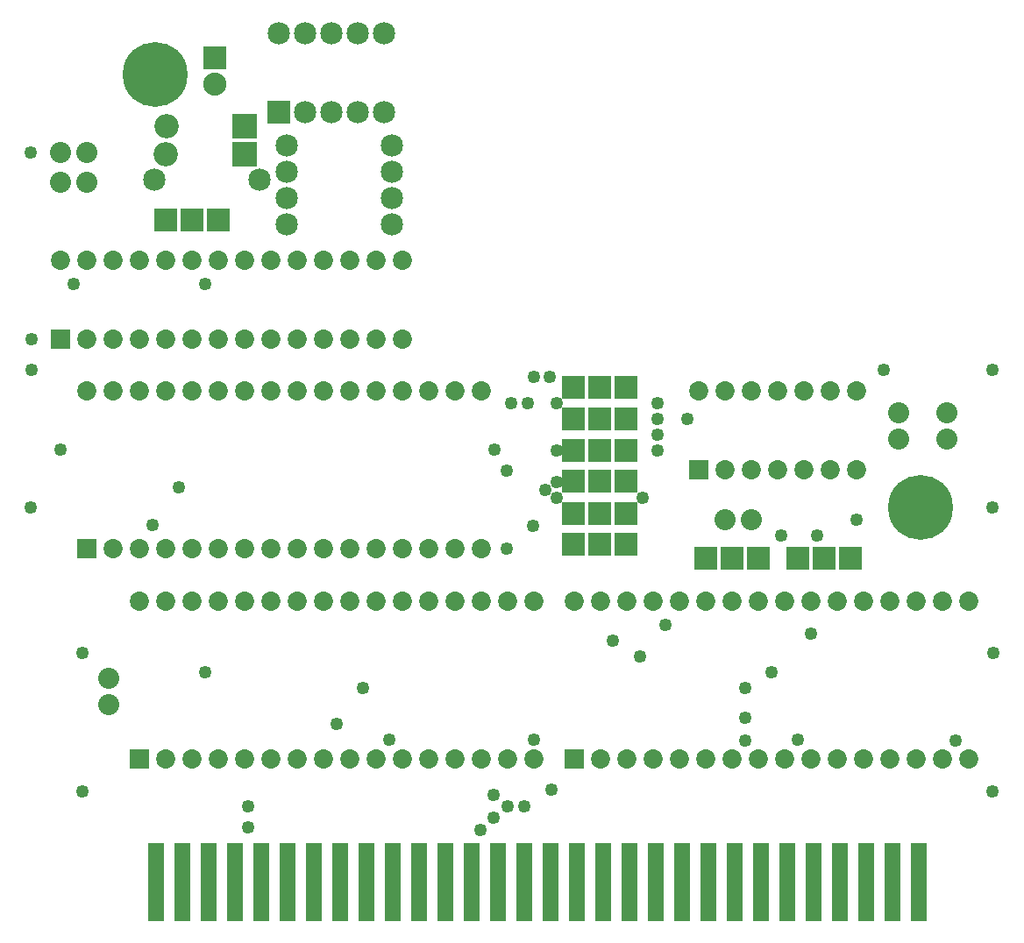
<source format=gts>
G04 MADE WITH FRITZING*
G04 WWW.FRITZING.ORG*
G04 DOUBLE SIDED*
G04 HOLES PLATED*
G04 CONTOUR ON CENTER OF CONTOUR VECTOR*
%ASAXBY*%
%FSLAX23Y23*%
%MOIN*%
%OFA0B0*%
%SFA1.0B1.0*%
%ADD10C,0.049370*%
%ADD11C,0.085000*%
%ADD12C,0.246220*%
%ADD13C,0.072992*%
%ADD14C,0.080000*%
%ADD15C,0.092000*%
%ADD16C,0.088000*%
%ADD17R,0.088740X0.088740*%
%ADD18R,0.072992X0.072992*%
%ADD19R,0.092000X0.092000*%
%ADD20R,0.088000X0.088000*%
%ADD21R,0.061181X0.151823*%
%ADD22R,0.085000X0.085000*%
%LNMASK1*%
G90*
G70*
G54D10*
X2429Y1919D03*
X2047Y1978D03*
X2046Y1679D03*
X2002Y1649D03*
X1937Y1979D03*
X1873Y1979D03*
X609Y1659D03*
X2429Y1799D03*
X2901Y1475D03*
X3037Y1475D03*
X1959Y2079D03*
X2021Y2079D03*
X2542Y1919D03*
X2429Y1978D03*
X2461Y1133D03*
X48Y2221D03*
X47Y2932D03*
X160Y1800D03*
X1807Y487D03*
X1958Y698D03*
X2047Y1619D03*
X2374Y1619D03*
X2429Y1859D03*
X2047Y1799D03*
X710Y2431D03*
X48Y2103D03*
X47Y1582D03*
X244Y1027D03*
X244Y502D03*
G54D11*
X1021Y2957D03*
X1421Y2957D03*
X1021Y2857D03*
X1421Y2857D03*
X1021Y2757D03*
X1421Y2757D03*
X1021Y2657D03*
X1421Y2657D03*
G54D12*
X521Y3229D03*
X3429Y1581D03*
G54D13*
X159Y2222D03*
X159Y2522D03*
X259Y2222D03*
X259Y2522D03*
X359Y2222D03*
X359Y2522D03*
X459Y2222D03*
X459Y2522D03*
X559Y2222D03*
X559Y2522D03*
X659Y2222D03*
X659Y2522D03*
X759Y2222D03*
X759Y2522D03*
X859Y2222D03*
X859Y2522D03*
X959Y2222D03*
X959Y2522D03*
X1059Y2222D03*
X1059Y2522D03*
X1159Y2222D03*
X1159Y2522D03*
X1259Y2222D03*
X1259Y2522D03*
X1359Y2222D03*
X1359Y2522D03*
X1459Y2222D03*
X1459Y2522D03*
X458Y625D03*
X458Y1225D03*
X558Y625D03*
X558Y1225D03*
X658Y625D03*
X658Y1225D03*
X758Y625D03*
X758Y1225D03*
X858Y625D03*
X858Y1225D03*
X958Y625D03*
X958Y1225D03*
X1058Y625D03*
X1058Y1225D03*
X1158Y625D03*
X1158Y1225D03*
X1258Y625D03*
X1258Y1225D03*
X1358Y625D03*
X1358Y1225D03*
X1458Y625D03*
X1458Y1225D03*
X1558Y625D03*
X1558Y1225D03*
X1658Y625D03*
X1658Y1225D03*
X1758Y625D03*
X1758Y1225D03*
X1858Y625D03*
X1858Y1225D03*
X1958Y625D03*
X1958Y1225D03*
X259Y1423D03*
X259Y2023D03*
X359Y1423D03*
X359Y2023D03*
X459Y1423D03*
X459Y2023D03*
X559Y1423D03*
X559Y2023D03*
X659Y1423D03*
X659Y2023D03*
X759Y1423D03*
X759Y2023D03*
X859Y1423D03*
X859Y2023D03*
X959Y1423D03*
X959Y2023D03*
X1059Y1423D03*
X1059Y2023D03*
X1159Y1423D03*
X1159Y2023D03*
X1259Y1423D03*
X1259Y2023D03*
X1359Y1423D03*
X1359Y2023D03*
X1459Y1423D03*
X1459Y2023D03*
X1559Y1423D03*
X1559Y2023D03*
X1659Y1423D03*
X1659Y2023D03*
X1759Y1423D03*
X1759Y2023D03*
X2587Y1724D03*
X2587Y2024D03*
X2687Y1724D03*
X2687Y2024D03*
X2787Y1724D03*
X2787Y2024D03*
X2887Y1724D03*
X2887Y2024D03*
X2987Y1724D03*
X2987Y2024D03*
X3087Y1724D03*
X3087Y2024D03*
X3187Y1724D03*
X3187Y2024D03*
X2112Y624D03*
X2112Y1224D03*
X2212Y624D03*
X2212Y1224D03*
X2312Y624D03*
X2312Y1224D03*
X2412Y624D03*
X2412Y1224D03*
X2512Y624D03*
X2512Y1224D03*
X2612Y624D03*
X2612Y1224D03*
X2712Y624D03*
X2712Y1224D03*
X2812Y624D03*
X2812Y1224D03*
X2912Y624D03*
X2912Y1224D03*
X3012Y624D03*
X3012Y1224D03*
X3112Y624D03*
X3112Y1224D03*
X3212Y624D03*
X3212Y1224D03*
X3312Y624D03*
X3312Y1224D03*
X3412Y624D03*
X3412Y1224D03*
X3512Y624D03*
X3512Y1224D03*
X3612Y624D03*
X3612Y1224D03*
G54D14*
X3347Y1841D03*
X3347Y1941D03*
X3528Y1941D03*
X3528Y1841D03*
X2687Y1535D03*
X2787Y1535D03*
X260Y2930D03*
X160Y2930D03*
X260Y2819D03*
X160Y2819D03*
X342Y831D03*
X342Y931D03*
G54D15*
X859Y2924D03*
X561Y2924D03*
X860Y3031D03*
X562Y3031D03*
G54D11*
X916Y2827D03*
X516Y2827D03*
G54D16*
X745Y3290D03*
X745Y3190D03*
G54D11*
X989Y3084D03*
X989Y3384D03*
X1089Y3084D03*
X1089Y3384D03*
X1189Y3084D03*
X1189Y3384D03*
X1289Y3084D03*
X1289Y3384D03*
X1389Y3084D03*
X1389Y3384D03*
G54D10*
X2963Y697D03*
X3014Y1102D03*
X2763Y696D03*
X2763Y781D03*
X3562Y696D03*
X3704Y501D03*
X3705Y1027D03*
X3704Y1582D03*
X3185Y1534D03*
X3704Y2103D03*
X3289Y2104D03*
X2363Y1013D03*
X2261Y1074D03*
X2762Y895D03*
X2863Y955D03*
X1957Y1512D03*
X1809Y1800D03*
X1924Y445D03*
X1755Y355D03*
X1857Y1722D03*
X1857Y1424D03*
X2025Y508D03*
X1807Y400D03*
X1859Y445D03*
X874Y364D03*
X874Y446D03*
X1409Y698D03*
X1209Y759D03*
X1308Y895D03*
X709Y954D03*
X509Y1513D03*
X209Y2431D03*
G54D17*
X2111Y1558D03*
X2111Y1680D03*
X2111Y1440D03*
X2111Y1799D03*
X2111Y1919D03*
X2111Y2038D03*
X560Y2673D03*
X2211Y1558D03*
X2211Y1440D03*
X2211Y1680D03*
X2211Y1799D03*
X2211Y1919D03*
X2211Y2038D03*
X660Y2673D03*
X2311Y1680D03*
X2311Y1558D03*
X2311Y1440D03*
X2311Y1799D03*
X2311Y1919D03*
X2311Y2038D03*
X760Y2673D03*
X3162Y1389D03*
X3062Y1389D03*
X2962Y1389D03*
X2812Y1389D03*
X2712Y1389D03*
X2612Y1389D03*
G54D18*
X159Y2222D03*
X458Y625D03*
X259Y1423D03*
X2587Y1724D03*
X2112Y624D03*
G54D19*
X860Y2924D03*
X861Y3031D03*
G54D20*
X745Y3290D03*
G54D21*
X2024Y228D03*
X2124Y86D03*
X2224Y228D03*
X2324Y86D03*
X2424Y228D03*
X2524Y86D03*
X2624Y228D03*
X2724Y86D03*
X2824Y228D03*
X2924Y86D03*
X3024Y228D03*
X3124Y86D03*
X3224Y228D03*
X3324Y86D03*
X3424Y228D03*
X3424Y86D03*
X3324Y228D03*
X3224Y86D03*
X3124Y228D03*
X3024Y86D03*
X2924Y228D03*
X2824Y86D03*
X2724Y228D03*
X2624Y86D03*
X2524Y228D03*
X2424Y86D03*
X2324Y228D03*
X2224Y86D03*
X2124Y228D03*
X2024Y86D03*
X1924Y86D03*
X1824Y228D03*
X1724Y86D03*
X1624Y228D03*
X1524Y86D03*
X1424Y228D03*
X1324Y86D03*
X1224Y228D03*
X1124Y86D03*
X1024Y228D03*
X924Y86D03*
X824Y228D03*
X724Y86D03*
X624Y228D03*
X524Y86D03*
X524Y228D03*
X624Y86D03*
X724Y228D03*
X824Y86D03*
X924Y228D03*
X1024Y86D03*
X1124Y228D03*
X1224Y86D03*
X1324Y228D03*
X1424Y86D03*
X1524Y228D03*
X1624Y86D03*
X1724Y228D03*
X1824Y86D03*
X1924Y228D03*
G54D22*
X989Y3084D03*
G04 End of Mask1*
M02*
</source>
